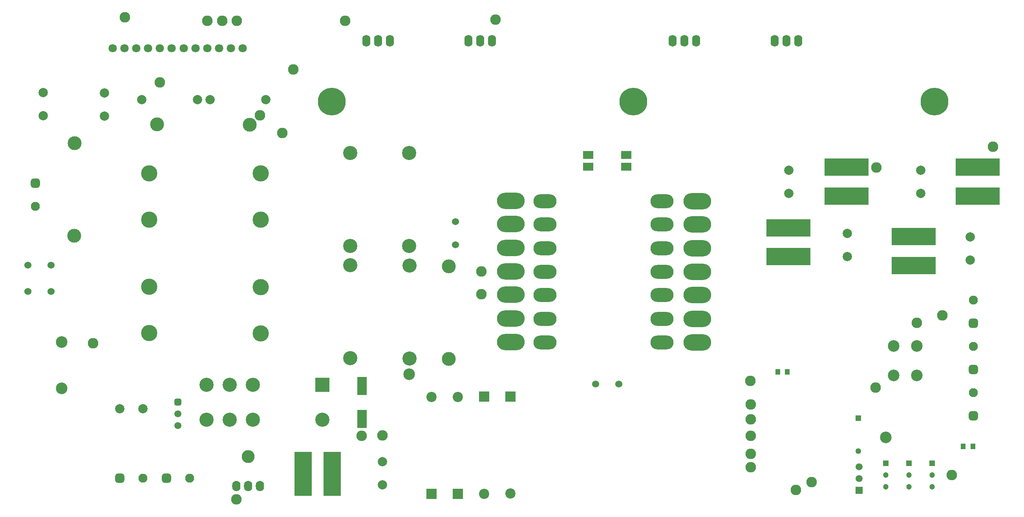
<source format=gbr>
%TF.GenerationSoftware,Altium Limited,Altium Designer,24.3.1 (35)*%
G04 Layer_Color=255*
%FSLAX43Y43*%
%MOMM*%
%TF.SameCoordinates,76E1361F-AA3B-45A8-A24B-41510BF92E79*%
%TF.FilePolarity,Positive*%
%TF.FileFunction,Pads,Top*%
%TF.Part,Single*%
G01*
G75*
%TA.AperFunction,SMDPad,CuDef*%
%ADD10R,1.100X1.200*%
%ADD11R,9.500X3.750*%
%ADD12R,3.750X9.500*%
%ADD13R,2.000X4.000*%
%ADD14R,2.200X1.700*%
%TA.AperFunction,ComponentPad*%
%ADD28C,3.048*%
%ADD29C,2.000*%
%ADD30C,2.500*%
%ADD31R,3.048X3.048*%
%ADD32C,1.524*%
%ADD33C,3.000*%
%ADD34C,2.286*%
%ADD35C,3.500*%
%ADD36O,1.750X2.540*%
%ADD37C,2.200*%
%ADD38R,2.200X2.200*%
%ADD39O,5.000X3.000*%
%ADD40C,6.000*%
%ADD41C,1.950*%
G04:AMPARAMS|DCode=42|XSize=1.95mm|YSize=1.95mm|CornerRadius=0.488mm|HoleSize=0mm|Usage=FLASHONLY|Rotation=0.000|XOffset=0mm|YOffset=0mm|HoleType=Round|Shape=RoundedRectangle|*
%AMROUNDEDRECTD42*
21,1,1.950,0.975,0,0,0.0*
21,1,0.975,1.950,0,0,0.0*
1,1,0.975,0.488,-0.488*
1,1,0.975,-0.488,-0.488*
1,1,0.975,-0.488,0.488*
1,1,0.975,0.488,0.488*
%
%ADD42ROUNDEDRECTD42*%
%ADD43O,6.000X3.500*%
G04:AMPARAMS|DCode=44|XSize=1.95mm|YSize=1.95mm|CornerRadius=0.488mm|HoleSize=0mm|Usage=FLASHONLY|Rotation=90.000|XOffset=0mm|YOffset=0mm|HoleType=Round|Shape=RoundedRectangle|*
%AMROUNDEDRECTD44*
21,1,1.950,0.975,0,0,90.0*
21,1,0.975,1.950,0,0,90.0*
1,1,0.975,0.488,0.488*
1,1,0.975,0.488,-0.488*
1,1,0.975,-0.488,-0.488*
1,1,0.975,-0.488,0.488*
%
%ADD44ROUNDEDRECTD44*%
%ADD45O,1.778X2.286*%
%ADD46C,2.794*%
%ADD47C,1.800*%
%ADD48C,1.500*%
G04:AMPARAMS|DCode=49|XSize=1.5mm|YSize=1.5mm|CornerRadius=0.375mm|HoleSize=0mm|Usage=FLASHONLY|Rotation=90.000|XOffset=0mm|YOffset=0mm|HoleType=Round|Shape=RoundedRectangle|*
%AMROUNDEDRECTD49*
21,1,1.500,0.750,0,0,90.0*
21,1,0.750,1.500,0,0,90.0*
1,1,0.750,0.375,0.375*
1,1,0.750,0.375,-0.375*
1,1,0.750,-0.375,-0.375*
1,1,0.750,-0.375,0.375*
%
%ADD49ROUNDEDRECTD49*%
%ADD50R,1.500X1.500*%
%ADD51R,1.200X1.200*%
%ADD52C,1.200*%
%ADD53C,1.250*%
%ADD54R,1.250X1.250*%
D10*
X168237Y29475D02*
D03*
X166137D02*
D03*
X206150Y13375D02*
D03*
X208250D02*
D03*
D11*
X209275Y67375D02*
D03*
Y73625D02*
D03*
X181000D02*
D03*
Y67375D02*
D03*
X168500Y60550D02*
D03*
Y54300D02*
D03*
X195450Y52425D02*
D03*
Y58675D02*
D03*
D12*
X70099Y7400D02*
D03*
X63849D02*
D03*
D13*
X76475Y26425D02*
D03*
Y19325D02*
D03*
D14*
X125300Y73705D02*
D03*
Y76245D02*
D03*
X133500D02*
D03*
Y73705D02*
D03*
D28*
X74000Y56617D02*
D03*
Y76683D02*
D03*
X67975Y19150D02*
D03*
X52975Y26650D02*
D03*
X47975D02*
D03*
X42975D02*
D03*
Y19150D02*
D03*
X47975D02*
D03*
X52975D02*
D03*
X86667Y56617D02*
D03*
Y76683D02*
D03*
X74000Y52466D02*
D03*
Y32400D02*
D03*
X86725Y32296D02*
D03*
Y52362D02*
D03*
D29*
X80925Y5050D02*
D03*
Y10050D02*
D03*
X181125Y59350D02*
D03*
Y54350D02*
D03*
X168550Y73000D02*
D03*
Y68000D02*
D03*
X24275Y21475D02*
D03*
X29275D02*
D03*
X207700Y53550D02*
D03*
Y58550D02*
D03*
X197025Y68000D02*
D03*
Y73000D02*
D03*
X20975Y89650D02*
D03*
Y84650D02*
D03*
X7775Y84775D02*
D03*
Y89775D02*
D03*
X29041Y88250D02*
D03*
X41041D02*
D03*
X43791D02*
D03*
X55791D02*
D03*
D30*
X11725Y25925D02*
D03*
Y35925D02*
D03*
X86700Y28925D02*
D03*
X189439Y15350D02*
D03*
X196150Y28698D02*
D03*
X191150D02*
D03*
Y35048D02*
D03*
X196150D02*
D03*
D31*
X67975Y26650D02*
D03*
D32*
X4475Y52474D02*
D03*
X9425D02*
D03*
X4497Y46825D02*
D03*
X9447D02*
D03*
X96700Y56900D02*
D03*
Y61850D02*
D03*
X126900Y26800D02*
D03*
X131850D02*
D03*
D33*
X14500Y78800D02*
D03*
X14450Y58825D02*
D03*
X95257Y52209D02*
D03*
X95207Y32234D02*
D03*
X32350Y82875D02*
D03*
X52325Y82825D02*
D03*
D34*
X49500Y105200D02*
D03*
X187450Y73575D02*
D03*
X76425Y15625D02*
D03*
X212550Y78076D02*
D03*
X201675Y41625D02*
D03*
X49425Y1925D02*
D03*
X72875Y105250D02*
D03*
X32875Y91950D02*
D03*
X54517Y84801D02*
D03*
X18550Y35650D02*
D03*
X61700Y94700D02*
D03*
X59291Y81025D02*
D03*
X43200Y105200D02*
D03*
X173450Y5660D02*
D03*
X80925Y15725D02*
D03*
X25350Y105950D02*
D03*
X46347Y105200D02*
D03*
X102275Y46175D02*
D03*
X102225Y51125D02*
D03*
X160307Y22451D02*
D03*
Y8884D02*
D03*
X187275Y26100D02*
D03*
X105300Y105500D02*
D03*
X170093Y3926D02*
D03*
X160307Y11749D02*
D03*
X196150Y40000D02*
D03*
X160250Y27474D02*
D03*
X160307Y19176D02*
D03*
Y15688D02*
D03*
X203705Y7188D02*
D03*
D35*
X54700Y72300D02*
D03*
Y62300D02*
D03*
X30650Y37850D02*
D03*
Y47850D02*
D03*
Y62300D02*
D03*
Y72300D02*
D03*
X54700Y47725D02*
D03*
Y37725D02*
D03*
D36*
X165460Y100900D02*
D03*
X168000D02*
D03*
X170540D02*
D03*
X143460D02*
D03*
X146000D02*
D03*
X148540D02*
D03*
X99460D02*
D03*
X102000D02*
D03*
X104540D02*
D03*
X77460D02*
D03*
X80000D02*
D03*
X82540D02*
D03*
D37*
X102850Y3155D02*
D03*
X108550Y3180D02*
D03*
X91536Y24070D02*
D03*
X97186D02*
D03*
D38*
X102850Y24095D02*
D03*
X108550Y24120D02*
D03*
X91536Y3130D02*
D03*
X97186D02*
D03*
D39*
X141214Y66238D02*
D03*
Y40838D02*
D03*
Y46004D02*
D03*
Y50998D02*
D03*
Y56078D02*
D03*
Y61244D02*
D03*
X115941Y35758D02*
D03*
Y40838D02*
D03*
Y46004D02*
D03*
Y50998D02*
D03*
Y56078D02*
D03*
Y61244D02*
D03*
Y66238D02*
D03*
X141214Y35758D02*
D03*
D40*
X200000Y87800D02*
D03*
X70000D02*
D03*
X135000D02*
D03*
D41*
X39350Y6500D02*
D03*
X208350Y44950D02*
D03*
X29300Y6500D02*
D03*
X6075Y65200D02*
D03*
X208350Y25000D02*
D03*
Y34975D02*
D03*
D42*
X34350Y6500D02*
D03*
X24300D02*
D03*
D43*
X148834Y40838D02*
D03*
Y46004D02*
D03*
Y50998D02*
D03*
Y56078D02*
D03*
Y61244D02*
D03*
Y66238D02*
D03*
Y35758D02*
D03*
X108575Y40965D02*
D03*
Y46131D02*
D03*
Y51125D02*
D03*
Y56205D02*
D03*
Y61371D02*
D03*
Y66365D02*
D03*
Y35885D02*
D03*
D44*
X208350Y39950D02*
D03*
X6075Y70200D02*
D03*
X208350Y20000D02*
D03*
Y29975D02*
D03*
D45*
X49460Y4775D02*
D03*
X52000D02*
D03*
X54540D02*
D03*
D46*
X52000Y11125D02*
D03*
D47*
X40631Y99275D02*
D03*
X50791D02*
D03*
X30381D02*
D03*
X32921D02*
D03*
X35461D02*
D03*
X38091D02*
D03*
X25301D02*
D03*
X43171D02*
D03*
X45711D02*
D03*
X48251D02*
D03*
X22761D02*
D03*
X27841D02*
D03*
D48*
X36850Y17835D02*
D03*
Y20375D02*
D03*
X183700Y8965D02*
D03*
Y6425D02*
D03*
D49*
X36850Y22915D02*
D03*
D50*
X183700Y3885D02*
D03*
D51*
X194467Y9740D02*
D03*
X199482D02*
D03*
X189427D02*
D03*
D52*
X194467Y7200D02*
D03*
Y4660D02*
D03*
X199482Y7200D02*
D03*
Y4660D02*
D03*
X189427Y7200D02*
D03*
Y4660D02*
D03*
D53*
X183575Y12375D02*
D03*
D54*
Y19475D02*
D03*
%TF.MD5,9f3a813766095756c650fdbdd249682c*%
M02*

</source>
